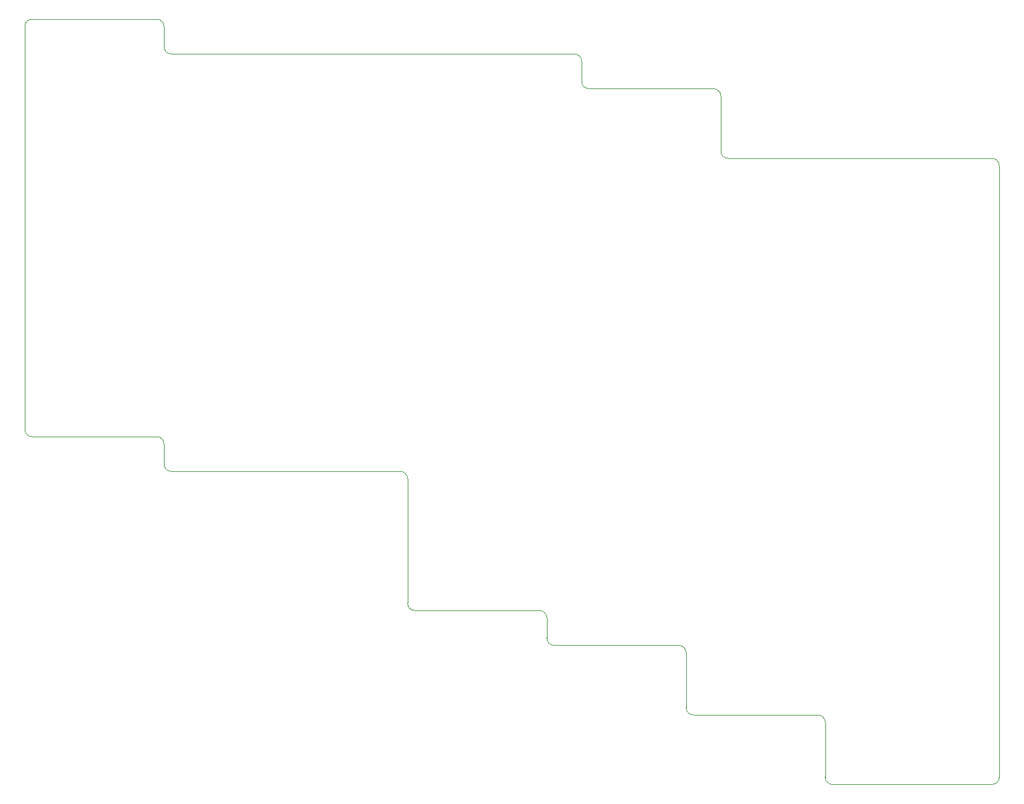
<source format=gm1>
%TF.GenerationSoftware,KiCad,Pcbnew,(7.0.0)*%
%TF.CreationDate,2023-04-23T18:46:31+09:00*%
%TF.ProjectId,mysplit44_pcb_l,6d797370-6c69-4743-9434-5f7063625f6c,rev?*%
%TF.SameCoordinates,Original*%
%TF.FileFunction,Profile,NP*%
%FSLAX46Y46*%
G04 Gerber Fmt 4.6, Leading zero omitted, Abs format (unit mm)*
G04 Created by KiCad (PCBNEW (7.0.0)) date 2023-04-23 18:46:31*
%MOMM*%
%LPD*%
G01*
G04 APERTURE LIST*
%TA.AperFunction,Profile*%
%ADD10C,0.100000*%
%TD*%
G04 APERTURE END LIST*
D10*
X19050050Y-77581250D02*
G75*
G03*
X20050000Y-78581250I999950J-50D01*
G01*
X38100000Y-79581250D02*
X38100000Y-82343750D01*
X109537550Y-115681250D02*
G75*
G03*
X110537500Y-116681250I999950J-50D01*
G01*
X114300000Y-31956250D02*
X114300000Y-39481250D01*
X91487500Y-107156250D02*
X108537500Y-107156250D01*
X71437450Y-101393750D02*
G75*
G03*
X72437500Y-102393750I1000050J50D01*
G01*
X90487500Y-103393750D02*
X90487500Y-106156250D01*
X20050000Y-78581250D02*
X37100000Y-78581250D01*
X39100000Y-26193750D02*
X94250000Y-26193750D01*
X37100000Y-21431250D02*
X20050000Y-21431250D01*
X109537450Y-108156250D02*
G75*
G03*
X108537500Y-107156250I-999950J50D01*
G01*
X109537500Y-108156250D02*
X109537500Y-115681250D01*
X38100000Y-22431250D02*
X38100000Y-25193750D01*
X38100050Y-22431250D02*
G75*
G03*
X37100000Y-21431250I-1000050J-50D01*
G01*
X95250000Y-27193750D02*
X95250000Y-29956250D01*
X151400000Y-126206200D02*
G75*
G03*
X152400000Y-125206250I100J999900D01*
G01*
X39100000Y-83343750D02*
X70437500Y-83343750D01*
X128587500Y-117681250D02*
X128587500Y-125206250D01*
X90487550Y-106156250D02*
G75*
G03*
X91487500Y-107156250I999950J-50D01*
G01*
X96250000Y-30956250D02*
X113300000Y-30956250D01*
X128587450Y-117681250D02*
G75*
G03*
X127587500Y-116681250I-999950J50D01*
G01*
X72437500Y-102393750D02*
X89487500Y-102393750D01*
X38100050Y-82343750D02*
G75*
G03*
X39100000Y-83343750I999950J-50D01*
G01*
X128587550Y-125206250D02*
G75*
G03*
X129587500Y-126206250I999950J-50D01*
G01*
X90487450Y-103393750D02*
G75*
G03*
X89487500Y-102393750I-999950J50D01*
G01*
X115300000Y-40481250D02*
X151400000Y-40481250D01*
X95250050Y-29956250D02*
G75*
G03*
X96250000Y-30956250I999950J-50D01*
G01*
X110537500Y-116681250D02*
X127587500Y-116681250D01*
X152399950Y-41481250D02*
G75*
G03*
X151400000Y-40481250I-999950J50D01*
G01*
X38100050Y-25193750D02*
G75*
G03*
X39100000Y-26193750I999950J-50D01*
G01*
X71437500Y-84343750D02*
X71437500Y-101393750D01*
X20050000Y-21431250D02*
G75*
G03*
X19050000Y-22431250I-80J-999920D01*
G01*
X114299950Y-39481250D02*
G75*
G03*
X115300000Y-40481250I1000050J50D01*
G01*
X129587500Y-126206250D02*
X151400000Y-126206250D01*
X19050000Y-22431250D02*
X19050000Y-77581250D01*
X71437450Y-84343750D02*
G75*
G03*
X70437500Y-83343750I-999950J50D01*
G01*
X38100050Y-79581250D02*
G75*
G03*
X37100000Y-78581250I-1000050J-50D01*
G01*
X114300050Y-31956250D02*
G75*
G03*
X113300000Y-30956250I-1000050J-50D01*
G01*
X95249950Y-27193750D02*
G75*
G03*
X94250000Y-26193750I-999950J50D01*
G01*
X152400000Y-125206250D02*
X152400000Y-41481250D01*
M02*

</source>
